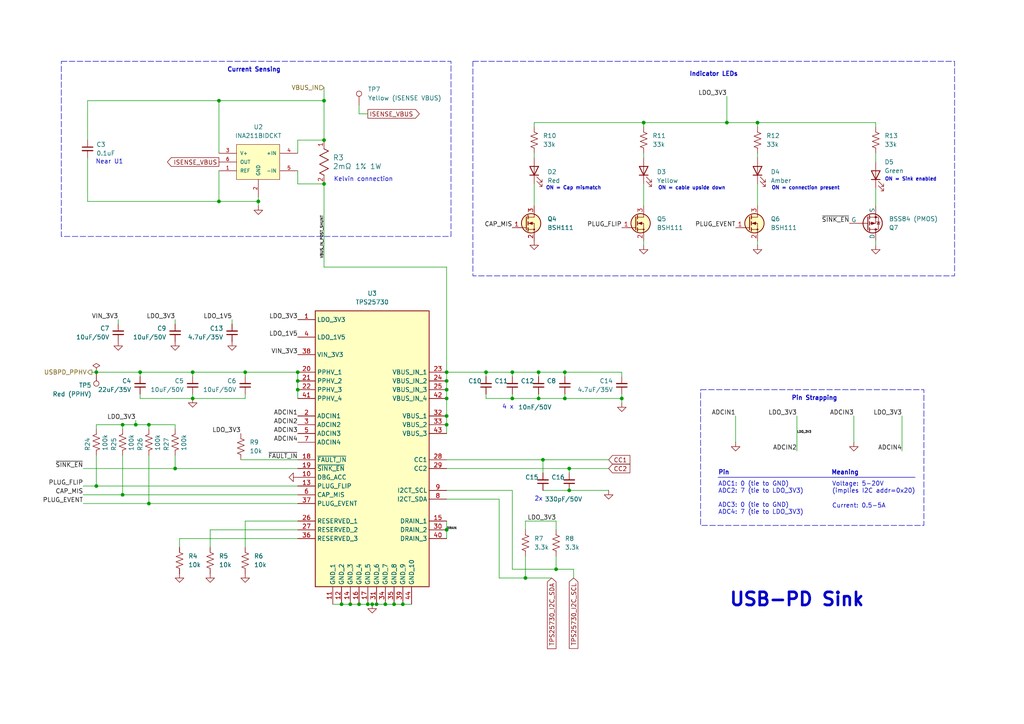
<source format=kicad_sch>
(kicad_sch (version 20231120) (generator "eeschema") (generator_version "8.0")
  (paper "A4")
  (lib_symbols
    (symbol "CSNL1206FT2L00:CSNL1206FT2L00" (pin_names (offset 0.254))
      (property "Reference" "R" (at 5.715 3.81 0))
      (property "Value" "2mΩ 1% 1W" (at 6.35 -3.81 0))
      (symbol "CSNL1206FT2L00_1_1"
        (pin passive line (at 0 0 0) (length 2.54) (name "") (number "1"))
        (pin passive line (at 12.7 0 180) (length 2.54) (name "") (number "2"))
      )
      (symbol "CSNL1206FT2L00_1_2"
        (pin unspecified line (at 0 12.7 270) (length 2.54) (name "") (number "1"))
        (pin unspecified line (at 0 0 90) (length 2.54) (name "") (number "2"))
      )
    )
    (symbol "Device:C_Small" (pin_numbers hide) (pin_names (offset 0.254) hide)
      (property "Reference" "C" (at 0.254 1.778 0))
      (property "Value" "C_Small" (at 0.254 -2.032 0))
      (symbol "C_Small_1_1"
        (pin passive line (at 0 2.54 270) (length 2.032) (name "~") (number "1"))
        (pin passive line (at 0 -2.54 90) (length 2.032) (name "~") (number "2"))
      )
    )
    (symbol "Device:LED" (pin_numbers hide) (pin_names (offset 1.016) hide)
      (property "Reference" "D" (at 0 2.54 0))
      (property "Value" "LED" (at 0 -2.54 0))
      (symbol "LED_1_1"
        (pin passive line (at -3.81 0 0) (length 2.54) (name "K") (number "1"))
        (pin passive line (at 3.81 0 180) (length 2.54) (name "A") (number "2"))
      )
    )
    (symbol "Device:R_US" (pin_numbers hide) (pin_names (offset 0))
      (property "Reference" "R" (at 2.54 0 90))
      (property "Value" "R_US" (at -2.54 0 90))
      (symbol "R_US_1_1"
        (pin passive line (at 0 3.81 270) (length 1.27) (name "~") (number "1"))
        (pin passive line (at 0 -3.81 90) (length 1.27) (name "~") (number "2"))
      )
    )
    (symbol "INA211BIDCKT:INA211BIDCKT" (pin_names (offset 1.016))
      (property "Reference" "U" (at -12.7 13.7 0))
      (property "Value" "INA211BIDCKT" (at -12.7 16.002 0))
      (symbol "INA211BIDCKT_0_0"
        (pin input line (at -17.78 5.08 0) (length 5.08) (name "REF") (number "1"))
        (pin power_in line (at -6.35 -2.54 90) (length 5.08) (name "GND") (number "2"))
        (pin power_in line (at -17.78 10.16 0) (length 5.08) (name "V+") (number "3"))
        (pin input line (at 5.08 10.16 180) (length 5.08) (name "+IN") (number "4"))
        (pin input line (at 5.08 5.08 180) (length 5.08) (name "-IN") (number "5"))
        (pin output line (at -17.78 7.62 0) (length 5.08) (name "OUT") (number "6"))
      )
    )
    (symbol "Keystone Testpoints:Black" (pin_numbers hide) (pin_names hide)
      (property "Reference" "TP" (at 0 5.334 0))
      (property "Value" "Black" (at 0 0 0))
      (symbol "Black_1_1"
        (pin passive line (at 0 0 90) (length 2.54) (name "1") (number "1"))
      )
    )
    (symbol "PCM_4ms_Power-symbol:PWR_FLAG" (power) (pin_numbers hide) (pin_names (offset 0) hide)
      (property "Value" "PWR_FLAG" (at 0 3.81 0))
      (symbol "PWR_FLAG_0_0"
        (pin power_out line (at 0 0 90) (length 0) (name "pwr") (number "1"))
      )
    )
    (symbol "PCM_Transistor_MOSFET_AKL:BSH111" (pin_names hide)
      (property "Reference" "Q" (at 5.08 1.27 0))
      (property "Value" "BSH111" (at 5.08 -1.27 0))
      (symbol "BSH111_1_1"
        (pin input line (at -3.81 -1.27 0) (length 2.54) (name "G") (number "1"))
        (pin passive line (at 2.54 -5.08 90) (length 2.54) (name "S") (number "2"))
        (pin passive line (at 2.54 5.08 270) (length 2.54) (name "D") (number "3"))
      )
    )
    (symbol "Simulation_SPICE:PMOS" (pin_numbers hide) (pin_names (offset 0))
      (property "Reference" "Q" (at 5.08 1.27 0))
      (property "Value" "PMOS" (at 5.08 -1.27 0))
      (symbol "PMOS_1_1"
        (pin passive line (at 2.54 5.08 270) (length 2.54) (name "D") (number "1"))
        (pin input line (at -5.08 0 0) (length 2.54) (name "G") (number "2"))
        (pin passive line (at 2.54 -5.08 90) (length 2.54) (name "S") (number "3"))
      )
    )
    (symbol "TPS25730DREFR:TPS25730DREFR"
      (property "Reference" "U" (at 14.478 6.858 0))
      (property "Value" "TPS25730DREFR" (at 14.478 4.318 0))
      (symbol "TPS25730DREFR_1_1"
        (pin passive line (at 0 -2.54 0) (length 5.08) (name "LDO_3V3") (number "1"))
        (pin passive line (at 0 -48.26 0) (length 5.08) (name "DBG_ACC") (number "10"))
        (pin passive line (at 10.16 -85.09 90) (length 5.08) (name "GND_1") (number "11"))
        (pin passive line (at 12.7 -85.09 90) (length 5.08) (name "GND_2") (number "12"))
        (pin passive line (at 0 -50.8 0) (length 5.08) (name "PLUG_FLIP") (number "13"))
        (pin passive line (at 15.24 -85.09 90) (length 5.08) (name "GND_3") (number "14"))
        (pin passive line (at 43.18 -60.96 180) (length 5.08) (name "DRAIN_1") (number "15"))
        (pin passive line (at 17.78 -85.09 90) (length 5.08) (name "GND_4") (number "16"))
        (pin passive line (at 20.32 -85.09 90) (length 5.08) (name "GND_5") (number "17"))
        (pin passive line (at 0 -43.18 0) (length 5.08) (name "~{FAULT_IN}") (number "18"))
        (pin passive line (at 0 -45.72 0) (length 5.08) (name "~{SINK_EN}") (number "19"))
        (pin passive line (at 0 -30.48 0) (length 5.08) (name "ADCIN1") (number "2"))
        (pin passive line (at 0 -17.78 0) (length 5.08) (name "PPHV_1") (number "20"))
        (pin passive line (at 0 -20.32 0) (length 5.08) (name "PPHV_2") (number "21"))
        (pin passive line (at 0 -22.86 0) (length 5.08) (name "PPHV_3") (number "22"))
        (pin passive line (at 43.18 -17.78 180) (length 5.08) (name "VBUS_IN_1") (number "23"))
        (pin passive line (at 43.18 -20.32 180) (length 5.08) (name "VBUS_IN_2") (number "24"))
        (pin passive line (at 43.18 -22.86 180) (length 5.08) (name "VBUS_IN_3") (number "25"))
        (pin passive line (at 0 -60.96 0) (length 5.08) (name "RESERVED_1") (number "26"))
        (pin passive line (at 0 -63.5 0) (length 5.08) (name "RESERVED_2") (number "27"))
        (pin passive line (at 43.18 -43.18 180) (length 5.08) (name "CC1") (number "28"))
        (pin passive line (at 43.18 -45.72 180) (length 5.08) (name "CC2") (number "29"))
        (pin passive line (at 0 -33.02 0) (length 5.08) (name "ADCIN2") (number "3"))
        (pin passive line (at 43.18 -63.5 180) (length 5.08) (name "DRAIN_2") (number "30"))
        (pin passive line (at 22.86 -85.09 90) (length 5.08) (name "GND_6") (number "31"))
        (pin passive line (at 43.18 -30.48 180) (length 5.08) (name "VBUS_1") (number "32"))
        (pin passive line (at 43.18 -33.02 180) (length 5.08) (name "VBUS_2") (number "33"))
        (pin passive line (at 25.4 -85.09 90) (length 5.08) (name "GND_7") (number "34"))
        (pin passive line (at 27.94 -85.09 90) (length 5.08) (name "GND_8") (number "35"))
        (pin passive line (at 0 -66.04 0) (length 5.08) (name "RESERVED_3") (number "36"))
        (pin passive line (at 0 -55.88 0) (length 5.08) (name "PLUG_EVENT") (number "37"))
        (pin passive line (at 0 -12.7 0) (length 5.08) (name "VIN_3V3") (number "38"))
        (pin passive line (at 30.48 -85.09 90) (length 5.08) (name "GND_9") (number "39"))
        (pin passive line (at 0 -7.62 0) (length 5.08) (name "LDO_1V5") (number "4"))
        (pin passive line (at 43.18 -66.04 180) (length 5.08) (name "DRAIN_3") (number "40"))
        (pin passive line (at 0 -25.4 0) (length 5.08) (name "PPHV_4") (number "41"))
        (pin passive line (at 43.18 -25.4 180) (length 5.08) (name "VBUS_IN_4") (number "42"))
        (pin passive line (at 43.18 -35.56 180) (length 5.08) (name "VBUS_3") (number "43"))
        (pin passive line (at 33.02 -85.09 90) (length 5.08) (name "GND_10") (number "44"))
        (pin passive line (at 0 -35.56 0) (length 5.08) (name "ADCIN3") (number "5"))
        (pin passive line (at 0 -53.34 0) (length 5.08) (name "CAP_MIS") (number "6"))
        (pin passive line (at 0 -38.1 0) (length 5.08) (name "ADCIN4") (number "7"))
        (pin passive line (at 43.18 -54.61 180) (length 5.08) (name "I2CT_SDA") (number "8"))
        (pin passive line (at 43.18 -52.07 180) (length 5.08) (name "I2CT_SCL") (number "9"))
      )
    )
    (symbol "power:GND" (power) (pin_numbers hide) (pin_names (offset 0) hide)
      (property "Value" "GND" (at 0 -3.81 0))
      (symbol "GND_1_1"
        (pin power_in line (at 0 0 270) (length 0) (name "~") (number "1"))
      )
    )
  )
  (junction (at 27.94 140.97))
  (junction (at 101.6 175.26))
  (junction (at 129.54 153.67))
  (junction (at 163.83 107.95))
  (junction (at 148.59 115.57))
  (junction (at 219.71 35.56))
  (junction (at 140.97 107.95))
  (junction (at 116.84 175.26))
  (junction (at 63.5 58.42))
  (junction (at 109.22 175.26))
  (junction (at 152.4 167.64))
  (junction (at 71.12 107.95))
  (junction (at 156.21 107.95))
  (junction (at 163.83 115.57))
  (junction (at 39.37 123.19))
  (junction (at 129.54 110.49))
  (junction (at 129.54 123.19))
  (junction (at 111.76 175.26))
  (junction (at 63.5 29.21))
  (junction (at 27.94 107.95))
  (junction (at 129.54 115.57))
  (junction (at 35.56 143.51))
  (junction (at 74.93 58.42))
  (junction (at 156.21 115.57))
  (junction (at 55.88 115.57))
  (junction (at 210.82 35.56))
  (junction (at 86.36 110.49))
  (junction (at 157.48 133.35))
  (junction (at 104.14 175.26))
  (junction (at 186.69 35.56))
  (junction (at 107.95 175.26))
  (junction (at 43.18 123.19))
  (junction (at 180.34 115.57))
  (junction (at 114.3 175.26))
  (junction (at 93.98 53.34))
  (junction (at 106.68 175.26))
  (junction (at 86.36 107.95))
  (junction (at 99.06 175.26))
  (junction (at 55.88 107.95))
  (junction (at 40.64 107.95))
  (junction (at 93.98 29.21))
  (junction (at 35.56 123.19))
  (junction (at 161.29 165.1))
  (junction (at 165.1 142.24))
  (junction (at 129.54 107.95))
  (junction (at 129.54 113.03))
  (junction (at 129.54 120.65))
  (junction (at 86.36 113.03))
  (junction (at 148.59 107.95))
  (junction (at 50.8 135.89))
  (junction (at 165.1 135.89))
  (junction (at 93.98 40.64))
  (junction (at 43.18 146.05))
  (wire (pts (xy 140.97 115.57) (xy 140.97 114.3)))
  (wire (pts (xy 86.36 40.64) (xy 93.98 40.64)))
  (wire (pts (xy 39.37 123.19) (xy 43.18 123.19)))
  (wire (pts (xy 210.82 27.94) (xy 210.82 35.56)))
  (wire (pts (xy 71.12 151.13) (xy 86.36 151.13)))
  (wire (pts (xy 156.21 114.3) (xy 156.21 115.57)))
  (wire (pts (xy 86.36 153.67) (xy 60.96 153.67)))
  (wire (pts (xy 148.59 142.24) (xy 129.54 142.24)))
  (wire (pts (xy 107.95 175.26) (xy 106.68 175.26)))
  (wire (pts (xy 129.54 77.47) (xy 129.54 107.95)))
  (wire (pts (xy 254 71.12) (xy 254 69.85)))
  (wire (pts (xy 43.18 123.19) (xy 50.8 123.19)))
  (wire (pts (xy 107.95 175.26) (xy 109.22 175.26)))
  (wire (pts (xy 154.94 35.56) (xy 186.69 35.56)))
  (polyline (pts (xy 208.28 138.43) (xy 265.43 138.43)))
  (wire (pts (xy 25.4 45.72) (xy 25.4 58.42)))
  (wire (pts (xy 63.5 58.42) (xy 74.93 58.42)))
  (wire (pts (xy 180.34 116.84) (xy 180.34 115.57)))
  (wire (pts (xy 27.94 123.19) (xy 27.94 124.46)))
  (wire (pts (xy 254 44.45) (xy 254 46.99)))
  (wire (pts (xy 129.54 153.67) (xy 129.54 156.21)))
  (wire (pts (xy 111.76 175.26) (xy 109.22 175.26)))
  (wire (pts (xy 25.4 58.42) (xy 63.5 58.42)))
  (wire (pts (xy 152.4 167.64) (xy 144.78 167.64)))
  (wire (pts (xy 60.96 153.67) (xy 60.96 158.75)))
  (wire (pts (xy 86.36 44.45) (xy 86.36 40.64)))
  (wire (pts (xy 160.02 167.64) (xy 152.4 167.64)))
  (wire (pts (xy 50.8 123.19) (xy 50.8 124.46)))
  (wire (pts (xy 63.5 49.53) (xy 63.5 58.42)))
  (wire (pts (xy 50.8 135.89) (xy 86.36 135.89)))
  (wire (pts (xy 27.94 140.97) (xy 86.36 140.97)))
  (wire (pts (xy 213.36 120.65) (xy 213.36 128.27)))
  (wire (pts (xy 161.29 165.1) (xy 166.37 165.1)))
  (wire (pts (xy 186.69 36.83) (xy 186.69 35.56)))
  (wire (pts (xy 186.69 71.12) (xy 186.69 69.85)))
  (wire (pts (xy 40.64 107.95) (xy 55.88 107.95)))
  (wire (pts (xy 231.14 120.65) (xy 231.14 130.81)))
  (wire (pts (xy 219.71 53.34) (xy 219.71 59.69)))
  (wire (pts (xy 144.78 144.78) (xy 129.54 144.78)))
  (wire (pts (xy 101.6 175.26) (xy 99.06 175.26)))
  (wire (pts (xy 26.67 107.95) (xy 27.94 107.95)))
  (wire (pts (xy 71.12 107.95) (xy 86.36 107.95)))
  (wire (pts (xy 93.98 29.21) (xy 93.98 40.64)))
  (wire (pts (xy 186.69 35.56) (xy 210.82 35.56)))
  (wire (pts (xy 43.18 123.19) (xy 43.18 124.46)))
  (wire (pts (xy 71.12 109.22) (xy 71.12 107.95)))
  (wire (pts (xy 35.56 143.51) (xy 86.36 143.51)))
  (wire (pts (xy 186.69 53.34) (xy 186.69 59.69)))
  (wire (pts (xy 156.21 115.57) (xy 163.83 115.57)))
  (wire (pts (xy 176.53 133.35) (xy 157.48 133.35)))
  (wire (pts (xy 163.83 109.22) (xy 163.83 107.95)))
  (wire (pts (xy 154.94 35.56) (xy 154.94 36.83)))
  (wire (pts (xy 163.83 107.95) (xy 156.21 107.95)))
  (wire (pts (xy 165.1 137.16) (xy 165.1 135.89)))
  (wire (pts (xy 71.12 115.57) (xy 55.88 115.57)))
  (wire (pts (xy 86.36 133.35) (xy 69.85 133.35)))
  (wire (pts (xy 104.14 33.02) (xy 104.14 30.48)))
  (wire (pts (xy 55.88 109.22) (xy 55.88 107.95)))
  (wire (pts (xy 176.53 142.24) (xy 165.1 142.24)))
  (wire (pts (xy 163.83 114.3) (xy 163.83 115.57)))
  (wire (pts (xy 34.29 92.71) (xy 34.29 93.98)))
  (wire (pts (xy 140.97 107.95) (xy 148.59 107.95)))
  (wire (pts (xy 40.64 115.57) (xy 40.64 114.3)))
  (wire (pts (xy 129.54 113.03) (xy 129.54 115.57)))
  (wire (pts (xy 55.88 115.57) (xy 55.88 114.3)))
  (wire (pts (xy 129.54 120.65) (xy 129.54 123.19)))
  (wire (pts (xy 99.06 175.26) (xy 96.52 175.26)))
  (wire (pts (xy 129.54 107.95) (xy 140.97 107.95)))
  (wire (pts (xy 63.5 29.21) (xy 93.98 29.21)))
  (wire (pts (xy 43.18 132.08) (xy 43.18 146.05)))
  (wire (pts (xy 254 35.56) (xy 219.71 35.56)))
  (wire (pts (xy 161.29 151.13) (xy 161.29 153.67)))
  (wire (pts (xy 50.8 92.71) (xy 50.8 93.98)))
  (wire (pts (xy 93.98 77.47) (xy 93.98 53.34)))
  (wire (pts (xy 35.56 132.08) (xy 35.56 143.51)))
  (wire (pts (xy 219.71 71.12) (xy 219.71 69.85)))
  (wire (pts (xy 86.36 53.34) (xy 93.98 53.34)))
  (wire (pts (xy 148.59 165.1) (xy 161.29 165.1)))
  (wire (pts (xy 24.13 143.51) (xy 35.56 143.51)))
  (wire (pts (xy 129.54 115.57) (xy 129.54 120.65)))
  (wire (pts (xy 219.71 44.45) (xy 219.71 45.72)))
  (wire (pts (xy 129.54 151.13) (xy 129.54 153.67)))
  (wire (pts (xy 261.62 120.65) (xy 261.62 130.81)))
  (wire (pts (xy 114.3 175.26) (xy 116.84 175.26)))
  (wire (pts (xy 186.69 44.45) (xy 186.69 45.72)))
  (wire (pts (xy 35.56 123.19) (xy 39.37 123.19)))
  (wire (pts (xy 35.56 123.19) (xy 27.94 123.19)))
  (wire (pts (xy 140.97 109.22) (xy 140.97 107.95)))
  (wire (pts (xy 63.5 29.21) (xy 63.5 44.45)))
  (wire (pts (xy 154.94 53.34) (xy 154.94 59.69)))
  (wire (pts (xy 24.13 135.89) (xy 50.8 135.89)))
  (wire (pts (xy 25.4 29.21) (xy 25.4 40.64)))
  (wire (pts (xy 148.59 109.22) (xy 148.59 107.95)))
  (wire (pts (xy 144.78 167.64) (xy 144.78 144.78)))
  (wire (pts (xy 55.88 115.57) (xy 40.64 115.57)))
  (wire (pts (xy 140.97 115.57) (xy 148.59 115.57)))
  (wire (pts (xy 148.59 114.3) (xy 148.59 115.57)))
  (wire (pts (xy 86.36 113.03) (xy 86.36 115.57)))
  (wire (pts (xy 161.29 161.29) (xy 161.29 165.1)))
  (wire (pts (xy 93.98 25.4) (xy 93.98 29.21)))
  (wire (pts (xy 156.21 109.22) (xy 156.21 107.95)))
  (wire (pts (xy 106.68 175.26) (xy 104.14 175.26)))
  (wire (pts (xy 152.4 153.67) (xy 152.4 151.13)))
  (wire (pts (xy 247.65 120.65) (xy 247.65 128.27)))
  (wire (pts (xy 104.14 175.26) (xy 101.6 175.26)))
  (wire (pts (xy 163.83 107.95) (xy 180.34 107.95)))
  (wire (pts (xy 52.07 156.21) (xy 52.07 158.75)))
  (wire (pts (xy 210.82 35.56) (xy 219.71 35.56)))
  (wire (pts (xy 106.68 33.02) (xy 104.14 33.02)))
  (wire (pts (xy 219.71 36.83) (xy 219.71 35.56)))
  (wire (pts (xy 152.4 151.13) (xy 161.29 151.13)))
  (wire (pts (xy 67.31 92.71) (xy 67.31 93.98)))
  (wire (pts (xy 163.83 115.57) (xy 180.34 115.57)))
  (wire (pts (xy 114.3 175.26) (xy 111.76 175.26)))
  (wire (pts (xy 254 59.69) (xy 254 54.61)))
  (wire (pts (xy 154.94 44.45) (xy 154.94 45.72)))
  (wire (pts (xy 43.18 146.05) (xy 86.36 146.05)))
  (wire (pts (xy 24.13 140.97) (xy 27.94 140.97)))
  (wire (pts (xy 180.34 115.57) (xy 180.34 114.3)))
  (wire (pts (xy 86.36 156.21) (xy 52.07 156.21)))
  (wire (pts (xy 157.48 142.24) (xy 165.1 142.24)))
  (wire (pts (xy 254 36.83) (xy 254 35.56)))
  (wire (pts (xy 39.37 121.92) (xy 39.37 123.19)))
  (wire (pts (xy 71.12 158.75) (xy 71.12 151.13)))
  (wire (pts (xy 129.54 135.89) (xy 165.1 135.89)))
  (wire (pts (xy 157.48 137.16) (xy 157.48 133.35)))
  (wire (pts (xy 71.12 115.57) (xy 71.12 114.3)))
  (wire (pts (xy 86.36 107.95) (xy 86.36 110.49)))
  (wire (pts (xy 129.54 133.35) (xy 157.48 133.35)))
  (wire (pts (xy 180.34 107.95) (xy 180.34 109.22)))
  (wire (pts (xy 55.88 107.95) (xy 71.12 107.95)))
  (wire (pts (xy 93.98 77.47) (xy 129.54 77.47)))
  (wire (pts (xy 148.59 165.1) (xy 148.59 142.24)))
  (wire (pts (xy 40.64 109.22) (xy 40.64 107.95)))
  (wire (pts (xy 50.8 132.08) (xy 50.8 135.89)))
  (wire (pts (xy 148.59 107.95) (xy 156.21 107.95)))
  (wire (pts (xy 129.54 123.19) (xy 129.54 125.73)))
  (wire (pts (xy 74.93 58.42) (xy 74.93 57.15)))
  (wire (pts (xy 165.1 135.89) (xy 176.53 135.89)))
  (wire (pts (xy 86.36 49.53) (xy 86.36 53.34)))
  (wire (pts (xy 166.37 165.1) (xy 166.37 167.64)))
  (wire (pts (xy 35.56 123.19) (xy 35.56 124.46)))
  (wire (pts (xy 24.13 146.05) (xy 43.18 146.05)))
  (wire (pts (xy 129.54 107.95) (xy 129.54 110.49)))
  (wire (pts (xy 148.59 115.57) (xy 156.21 115.57)))
  (wire (pts (xy 152.4 161.29) (xy 152.4 167.64)))
  (wire (pts (xy 74.93 59.69) (xy 74.93 58.42)))
  (wire (pts (xy 86.36 110.49) (xy 86.36 113.03)))
  (wire (pts (xy 27.94 107.95) (xy 40.64 107.95)))
  (wire (pts (xy 119.38 175.26) (xy 116.84 175.26)))
  (wire (pts (xy 27.94 132.08) (xy 27.94 140.97)))
  (wire (pts (xy 129.54 110.49) (xy 129.54 113.03)))
  (wire (pts (xy 63.5 29.21) (xy 25.4 29.21)))
  (rectangle (start 203.2 113.03) (end 267.97 152.4) (stroke (width 0) (type dash)))
  (rectangle (start 17.78 17.78) (end 130.81 68.58) (stroke (width 0) (type dash)))
  (rectangle (start 137.16 17.78) (end 276.86 80.01) (stroke (width 0) (type dash)))
  (text "Indicator LEDs" (at 207.01 21.59 0) (effects (font (size 1.27 1.27) (thickness 0.254) (bold yes))))
  (text "ON = cable upside down" (at 200.66 54.61 0) (effects (font (size 1.016 1.016) (bold yes))))
  (text "4 x" (at 147.32 118.11 0) (effects (font (size 1.27 1.27))))
  (text "2x" (at 156.21 144.78 0) (effects (font (size 1.27 1.27))))
  (text "Meaning" (at 245.11 137.16 0) (effects (font (size 1.27 1.27) (thickness 0.254) (bold yes))))
  (text "Pin" (at 208.28 137.16 0) (effects (font (size 1.27 1.27) (thickness 0.254) (bold yes)) (justify left)))
  (text "Near U1" (at 31.75 46.99 0) (effects (font (size 1.27 1.27))))
  (text "Pin Strapping" (at 236.22 115.57 0) (effects (font (size 1.27 1.27) (thickness 0.254) (bold yes))))
  (text "ON = Sink enabled" (at 264.16 52.07 0) (effects (font (size 1.016 1.016) (bold yes))))
  (text "ON = Cap mismatch" (at 166.37 54.61 0) (effects (font (size 1.016 1.016) (bold yes))))
  (text "Voltage: 5-20V\n(implies I2C addr=0x20)" (at 241.3 139.7 0) (effects (font (size 1.27 1.27)) (justify left top)))
  (text "ADC1: 0 (tie to GND)    \nADC2: 7 (tie to LDO_3V3)\n\nADC3: 0 (tie to GND)    \nADC4: 7 (tie to LDO_3V3)" (at 208.28 139.7 0) (effects (font (size 1.27 1.27)) (justify left top)))
  (text "USB-PD Sink" (at 231.14 173.99 0) (effects (font (size 3.81 3.81) (thickness 0.762) (bold yes))))
  (text "ON = connection present" (at 233.68 54.61 0) (effects (font (size 1.016 1.016) (bold yes))))
  (text "Kelvin connection" (at 105.41 52.07 0) (effects (font (size 1.27 1.27))))
  (text "Current Sensing" (at 73.66 20.32 0) (effects (font (size 1.27 1.27) (thickness 0.254) (bold yes))))
  (text "Current: 0.5-5A" (at 241.3 146.05 0) (effects (font (size 1.27 1.27)) (justify left top)))
  (label "ADCIN1" (at 213.36 120.65 180))
  (label "LDO_1V5" (at 67.31 92.71 180))
  (label "VIN_3V3" (at 34.29 92.71 180))
  (label "VIN_3V3" (at 86.36 102.87 180))
  (label "LDO_3V3" (at 69.85 125.73 180))
  (label "CAP_MIS" (at 148.59 66.04 180))
  (label "ADCIN3" (at 247.65 120.65 180))
  (label "ADCIN1" (at 86.36 120.65 180))
  (label "VBUS_IN_POST_SHUNT" (at 93.98 74.93 90) (effects (font (size 0.762 0.762))))
  (label "PLUG_FLIP" (at 24.13 140.97 180))
  (label "~{SINK_EN}" (at 246.38 64.77 180))
  (label "CAP_MIS" (at 24.13 143.51 180))
  (label "LDO_3V3" (at 161.29 151.13 180))
  (label "DRAIN" (at 129.54 153.67 0) (effects (font (size 0.635 0.635))))
  (label "ADCIN4" (at 86.36 128.27 180))
  (label "PLUG_EVENT" (at 213.36 66.04 180))
  (label "~{FAULT_IN}" (at 86.36 133.35 180))
  (label "LDO_3V3" (at 39.37 121.92 180))
  (label "ADCIN2" (at 86.36 123.19 180))
  (label "LDO_3V3" (at 50.8 92.71 180))
  (label "~{SINK_EN}" (at 24.13 135.89 180))
  (label "PLUG_EVENT" (at 24.13 146.05 180))
  (label "ADCIN4" (at 261.62 130.81 180))
  (label "LDO_3V3" (at 231.14 125.73 0) (effects (font (size 0.635 0.635))))
  (label "LDO_3V3" (at 86.36 92.71 180))
  (label "ADCIN3" (at 86.36 125.73 180))
  (label "PLUG_FLIP" (at 180.34 66.04 180))
  (label "LDO_3V3" (at 261.62 120.65 180))
  (label "LDO_3V3" (at 231.14 120.65 180))
  (label "LDO_1V5" (at 86.36 97.79 180))
  (label "LDO_3V3" (at 210.82 27.94 180))
  (label "ADCIN2" (at 231.14 130.81 180))
  (global_label "CC1" (shape input) (at 176.53 133.35 0) (property "Intersheetrefs" "${INTERSHEET_REFS}" (effects (hide yes))))
  (global_label "ISENSE_VBUS" (shape output) (at 63.5 46.99 180) (property "Intersheetrefs" "${INTERSHEET_REFS}" (effects (hide yes))))
  (global_label "TPS25730_I2C_SDA" (shape input) (at 160.02 167.64 270) (property "Intersheetrefs" "${INTERSHEET_REFS}" (effects (hide yes))))
  (global_label "ISENSE_VBUS" (shape output) (at 106.68 33.02 0) (property "Intersheetrefs" "${INTERSHEET_REFS}" (effects (hide yes))))
  (global_label "CC2" (shape input) (at 176.53 135.89 0) (property "Intersheetrefs" "${INTERSHEET_REFS}" (effects (hide yes))))
  (global_label "TPS25730_I2C_SCL" (shape input) (at 166.37 167.64 270) (property "Intersheetrefs" "${INTERSHEET_REFS}" (effects (hide yes))))
  (hierarchical_label "USBPD_PPHV" (shape output) (at 26.67 107.95 180))
  (hierarchical_label "VBUS_IN" (shape input) (at 93.98 25.4 180))
  (symbol (lib_id "PCM_Transistor_MOSFET_AKL:BSH111") (at 184.15 64.77 0) (unit 1)
    (property "Reference" "Q5" (at 190.5 63.4999 0) (effects (justify left)))
    (property "Value" "BSH111" (at 190.5 66.0399 0) (effects (justify left)))
    (property "Footprint" "PCM_Package_TO_SOT_SMD_AKL:SOT-23" (effects (hide yes)))
    (property "Datasheet" "https://assets.nexperia.com/documents/data-sheet/BSH111BK.pdf" (effects (hide yes)))
    (property "Description" "SOT-23 N-MOSFET enchancement mode transistor, 55V, 210mA, 302mW, Alternate KiCAD Library" (effects (hide yes)))
    (property "MPN" "BSH111BKR" (effects (hide yes)))
    (property "Mfgr" "Nexperia" (effects (hide yes)))
    (property "Digikey" "https://www.digikey.com/en/products/detail/nexperia-usa-inc/BSH111BKR/5423826" (effects (hide yes)))
  )
  (symbol (lib_id "power:GND") (at 180.34 116.84 0) (unit 1)
    (property "Reference" "#PWR09" (effects (hide yes)))
    (property "Value" "GND" (effects (hide yes)))
    (property "Description" "Power symbol creates a global label with name \"GND\" , ground" (effects (hide yes)))
  )
  (symbol (lib_id "INA211BIDCKT:INA211BIDCKT") (at 81.28 54.61 0) (unit 1)
    (property "Reference" "U2" (at 74.93 36.83 0))
    (property "Value" "INA211BIDCKT" (at 74.93 39.37 0))
    (property "Footprint" "INA211BIDCKT:SOT65P210X110-6N" (effects (hide yes)))
    (property "Datasheet" "https://www.ti.com/general/docs/suppproductinfo.tsp?distId=10&gotoUrl=https%3A%2F%2Fwww.ti.com%2Flit%2Fgpn%2Fina210" (effects (hide yes)))
    (property "Description" "IC CURR SENSE 1 CIRCUIT SC70-6 SC-88 SOT-363" (effects (hide yes)))
    (property "Digikey" "https://www.digikey.com/en/products/detail/texas-instruments/INA211BIDCKT/3675147" (effects (hide yes)))
    (property "Mfgr" "Texas Instruments" (effects (hide yes)))
    (property "MPN" "INA211BIDCKT" (effects (hide yes)))
  )
  (symbol (lib_id "power:GND") (at 74.93 59.69 0) (unit 1)
    (property "Reference" "#PWR03" (effects (hide yes)))
    (property "Value" "GND" (effects (hide yes)))
    (property "Description" "Power symbol creates a global label with name \"GND\" , ground" (effects (hide yes)))
  )
  (symbol (lib_id "Device:R_US") (at 50.8 128.27 0) (mirror y) (unit 1)
    (property "Reference" "R27" (at 48.26 130.81 90) (effects (justify left)))
    (property "Value" "100k" (at 53.34 130.81 90) (effects (justify left)))
    (property "Footprint" "PCM_Resistor_SMD_AKL:R_0805_2012Metric_Pad1.15x1.40mm_HandSolder" (effects (hide yes)))
    (property "Datasheet" "https://www.yageo.com/upload/media/product/products/datasheet/rchip/PYu-RC_Group_51_RoHS_L_12.pdf" (effects (hide yes)))
    (property "Description" "Resistor, US symbol" (effects (hide yes)))
    (property "Digikey" "https://www.digikey.com/en/products/detail/yageo/RC0805FR-07100KL/727544" (effects (hide yes)))
    (property "Mfgr" "YAGEO" (effects (hide yes)))
    (property "MPN" "RC0805FR-07100KL" (effects (hide yes)))
  )
  (symbol (lib_id "Device:R_US") (at 161.29 157.48 0) (unit 1)
    (property "Reference" "R8" (at 163.83 156.2099 0) (effects (justify left)))
    (property "Value" "3.3k" (at 163.83 158.7499 0) (effects (justify left)))
    (property "Footprint" "PCM_Resistor_SMD_AKL:R_0805_2012Metric_Pad1.15x1.40mm_HandSolder" (effects (hide yes)))
    (property "Datasheet" "https://www.yageo.com/upload/media/product/products/datasheet/rchip/PYu-RC_Group_51_RoHS_L_12.pdf" (effects (hide yes)))
    (property "Description" "Resistor, US symbol" (effects (hide yes)))
    (property "Digikey" "https://www.digikey.com/en/products/detail/yageo/RC0805FR-073K3L/727813" (effects (hide yes)))
    (property "Mfgr" "YAGEO" (effects (hide yes)))
    (property "MPN" "RC0805FR-073K3L" (effects (hide yes)))
  )
  (symbol (lib_id "Simulation_SPICE:PMOS") (at 251.46 64.77 0) (mirror x) (unit 1)
    (property "Reference" "Q7" (at 257.81 66.0401 0) (effects (justify left)))
    (property "Value" "BSS84 (PMOS)" (at 257.81 63.5001 0) (effects (justify left)))
    (property "Footprint" "Package_TO_SOT_SMD:SOT-23-3" (effects (hide yes)))
    (property "Datasheet" "https://www.onsemi.com/pdf/datasheet/bss84-d.pdf" (effects (hide yes)))
    (property "Description" "P-MOSFET transistor, drain/source/gate" (effects (hide yes)))
    (property "Sim.Device" "PMOS" (effects (hide yes)))
    (property "Sim.Type" "VDMOS" (effects (hide yes)))
    (property "Sim.Pins" "1=D 2=G 3=S" (effects (hide yes)))
    (property "Digikey" "https://www.digikey.com/en/products/detail/onsemi/BSS84/244213" (effects (hide yes)))
    (property "Mfgr" "onsemi" (effects (hide yes)))
    (property "MPN" "BSS84" (effects (hide yes)))
  )
  (symbol (lib_id "TPS25730DREFR:TPS25730DREFR") (at 86.36 90.17 0) (unit 1)
    (property "Reference" "U3" (at 107.95 85.09 0))
    (property "Value" "TPS25730" (at 107.95 87.63 0))
    (property "Footprint" "TPS25730DREFR:TPS25730DREFR" (effects (hide yes)))
    (property "Datasheet" "https://www.ti.com/lit/ds/symlink/tps25730.pdf?ts=1707773923998&ref_url=https%253A%252F%252Fwww.mouser.at%252F" (effects (hide yes)))
    (property "Description" "USB Interface IC TPS25730DREFR SARUMAN BG MCM" (effects (hide yes)))
    (property "Height" "0.8" (effects (hide yes)))
    (property "Mouser Part Number" "595-TPS25730DREFR" (effects (hide yes)))
    (property "Mouser Price/Stock" "https://www.mouser.co.uk/ProductDetail/Texas-Instruments/TPS25730DREFR?qs=Z%252BL2brAPG1IvmkUK7DRnBA%3D%3D" (effects (hide yes)))
    (property "Mfgr" "Texas Instruments" (effects (hide yes)))
    (property "MPN" "TPS25730DREFR" (effects (hide yes)))
    (property "Digikey" "https://www.digikey.com/en/products/detail/texas-instruments/TPS25730DREFR/22147394" (effects (hide yes)))
    (property "Manufacturer_Name" "Texas Instruments" (effects (hide yes)))
  )
  (symbol (lib_id "Device:C_Small") (at 40.64 111.76 0) (mirror x) (unit 1)
    (property "Reference" "C4" (at 38.1 110.4835 0) (effects (justify right)))
    (property "Value" "22uF/35V" (at 38.1 113.03 0) (effects (justify right)))
    (property "Footprint" "Capacitor_SMD:C_0805_2012Metric_Pad1.18x1.45mm_HandSolder" (effects (hide yes)))
    (property "Datasheet" "https://product.tdk.com/system/files/dam/doc/product/capacitor/ceramic/mlcc/catalog/mlcc_commercial_general_en.pdf" (effects (hide yes)))
    (property "Description" "Unpolarized capacitor, small symbol" (effects (hide yes)))
    (property "Digikey" "https://www.digikey.com/en/products/detail/tdk-corporation/C2012X5R1V226M125DC/22106206" (effects (hide yes)))
    (property "Mfgr" "TDK" (effects (hide yes)))
    (property "MPN" "C2012X5R1V226M125DC" (effects (hide yes)))
  )
  (symbol (lib_id "Device:LED") (at 254 50.8 90) (unit 1)
    (property "Reference" "D5" (at 256.54 46.99 90) (effects (justify right)))
    (property "Value" "Green" (at 256.54 49.53 90) (effects (justify right)))
    (property "Footprint" "LED_SMD:LED_0805_2012Metric_Pad1.15x1.40mm_HandSolder" (effects (hide yes)))
    (property "Datasheet" "https://www.we-online.com/components/products/datasheet/150080VS75000.pdf" (effects (hide yes)))
    (property "Description" "Light emitting diode" (effects (hide yes)))
    (property "Digikey" "https://www.digikey.com/en/products/detail/w%C3%BCrth-elektronik/150080VS75000/4489924" (effects (hide yes)))
    (property "Mfgr" "Wurth" (effects (hide yes)))
    (property "MPN" "150080VS75000" (effects (hide yes)))
  )
  (symbol (lib_id "Device:R_US") (at 71.12 162.56 0) (unit 1)
    (property "Reference" "R6" (at 73.66 161.2899 0) (effects (justify left)))
    (property "Value" "10k" (at 73.66 163.8299 0) (effects (justify left)))
    (property "Footprint" "PCM_Resistor_SMD_AKL:R_0805_2012Metric_Pad1.15x1.40mm_HandSolder" (effects (hide yes)))
    (property "Datasheet" "https://www.yageo.com/upload/media/product/products/datasheet/rchip/PYu-RC_Group_51_RoHS_L_12.pdf" (effects (hide yes)))
    (property "Description" "Resistor, US symbol" (effects (hide yes)))
    (property "Digikey" "https://www.digikey.com/en/products/detail/yageo/RC0805DR-0710KL/12707967" (effects (hide yes)))
    (property "Mfgr" "YAGEO" (effects (hide yes)))
    (property "MPN" "RC0805DR-0710KL" (effects (hide yes)))
  )
  (symbol (lib_id "Device:C_Small") (at 50.8 96.52 0) (mirror x) (unit 1)
    (property "Reference" "C9" (at 48.26 95.2435 0) (effects (justify right)))
    (property "Value" "10uF/50V" (at 48.26 97.79 0) (effects (justify right)))
    (property "Footprint" "Capacitor_SMD:C_0805_2012Metric_Pad1.18x1.45mm_HandSolder" (effects (hide yes)))
    (property "Datasheet" "https://search.murata.co.jp/Ceramy/image/img/A01X/G101/ENG/GRM21BR61H106KE43-01A.pdf" (effects (hide yes)))
    (property "Description" "Unpolarized capacitor, small symbol" (effects (hide yes)))
    (property "Digikey" "https://www.digikey.com/en/products/detail/murata-electronics/GRM21BR61H106KE43K/15191954" (effects (hide yes)))
    (property "Mfgr" "Murata" (effects (hide yes)))
    (property "MPN" "GRM21BR61H106KE43K" (effects (hide yes)))
  )
  (symbol (lib_id "Device:R_US") (at 52.07 162.56 0) (unit 1)
    (property "Reference" "R4" (at 54.61 161.2899 0) (effects (justify left)))
    (property "Value" "10k" (at 54.61 163.8299 0) (effects (justify left)))
    (property "Footprint" "PCM_Resistor_SMD_AKL:R_0805_2012Metric_Pad1.15x1.40mm_HandSolder" (effects (hide yes)))
    (property "Datasheet" "https://www.yageo.com/upload/media/product/products/datasheet/rchip/PYu-RC_Group_51_RoHS_L_12.pdf" (effects (hide yes)))
    (property "Description" "Resistor, US symbol" (effects (hide yes)))
    (property "Digikey" "https://www.digikey.com/en/products/detail/yageo/RC0805DR-0710KL/12707967" (effects (hide yes)))
    (property "Mfgr" "YAGEO" (effects (hide yes)))
    (property "MPN" "RC0805DR-0710KL" (effects (hide yes)))
  )
  (symbol (lib_id "Device:LED") (at 219.71 49.53 90) (unit 1)
    (property "Reference" "D4" (at 223.52 49.8474 90) (effects (justify right)))
    (property "Value" "Amber" (at 223.52 52.3874 90) (effects (justify right)))
    (property "Footprint" "LED_SMD:LED_0805_2012Metric_Pad1.15x1.40mm_HandSolder" (effects (hide yes)))
    (property "Datasheet" "https://www.we-online.com/components/products/datasheet/150080AS75000.pdf" (effects (hide yes)))
    (property "Description" "Light emitting diode" (effects (hide yes)))
    (property "Digikey" "https://www.digikey.com/en/products/detail/w%C3%BCrth-elektronik/150080AS75000/11479384" (effects (hide yes)))
    (property "Mfgr" "Wurth" (effects (hide yes)))
    (property "MPN" "150080AS75000" (effects (hide yes)))
  )
  (symbol (lib_id "Device:R_US") (at 69.85 129.54 0) (unit 1)
    (property "Reference" "R9" (at 72.39 128.2699 0) (effects (justify left)))
    (property "Value" "10k" (at 72.39 130.8099 0) (effects (justify left)))
    (property "Footprint" "PCM_Resistor_SMD_AKL:R_0805_2012Metric_Pad1.15x1.40mm_HandSolder" (effects (hide yes)))
    (property "Datasheet" "https://www.yageo.com/upload/media/product/products/datasheet/rchip/PYu-RC_Group_51_RoHS_L_12.pdf" (effects (hide yes)))
    (property "Description" "Resistor, US symbol" (effects (hide yes)))
    (property "Digikey" "https://www.digikey.com/en/products/detail/yageo/RC0805DR-0710KL/12707967" (effects (hide yes)))
    (property "Mfgr" "YAGEO" (effects (hide yes)))
    (property "MPN" "RC0805DR-0710KL" (effects (hide yes)))
  )
  (symbol (lib_id "power:GND") (at 219.71 71.12 0) (unit 1)
    (property "Reference" "#PWR027" (effects (hide yes)))
    (property "Value" "GND" (effects (hide yes)))
    (property "Description" "Power symbol creates a global label with name \"GND\" , ground" (effects (hide yes)))
  )
  (symbol (lib_id "power:GND") (at 186.69 71.12 0) (unit 1)
    (property "Reference" "#PWR026" (effects (hide yes)))
    (property "Value" "GND" (effects (hide yes)))
    (property "Description" "Power symbol creates a global label with name \"GND\" , ground" (effects (hide yes)))
  )
  (symbol (lib_id "Device:C_Small") (at 25.4 43.18 0) (unit 1)
    (property "Reference" "C3" (at 27.94 41.9162 0) (effects (justify left)))
    (property "Value" "0.1uF" (at 27.94 44.4562 0) (effects (justify left)))
    (property "Footprint" "Capacitor_SMD:C_0805_2012Metric_Pad1.18x1.45mm_HandSolder" (effects (hide yes)))
    (property "Datasheet" "https://www.yageo.com/upload/media/product/productsearch/datasheet/mlcc/UPY-GPHC_X7R_6.3V-to-250V_24.pdf" (effects (hide yes)))
    (property "Description" "Unpolarized capacitor, small symbol" (effects (hide yes)))
    (property "Digikey" "https://www.digikey.com/en/products/detail/yageo/CC0805KRX7R9BB104/302874" (effects (hide yes)))
    (property "Mfgr" "YAGEO" (effects (hide yes)))
    (property "MPN" "CC0805KRX7R9BB104" (effects (hide yes)))
  )
  (symbol (lib_id "Device:C_Small") (at 163.83 111.76 0) (mirror x) (unit 1)
    (property "Reference" "C8" (at 161.29 110.4835 0) (effects (justify right)))
    (property "Value" "10nF/50V" (effects (hide yes)))
    (property "Footprint" "Capacitor_SMD:C_0805_2012Metric_Pad1.18x1.45mm_HandSolder" (effects (hide yes)))
    (property "Datasheet" "https://search.kemet.com/download/datasheet/C0805C103K5RAC7800" (effects (hide yes)))
    (property "Description" "Unpolarized capacitor, small symbol" (effects (hide yes)))
    (property "Digikey" "https://www.digikey.com/en/products/detail/kemet/C0805C103K5RACTU/411157" (effects (hide yes)))
    (property "Mfgr" "KEMET" (effects (hide yes)))
    (property "MPN" "C0805C103K5RACTU" (effects (hide yes)))
  )
  (symbol (lib_id "Device:R_US") (at 254 40.64 180) (unit 1)
    (property "Reference" "R13" (at 256.54 39.3699 0) (effects (justify right)))
    (property "Value" "33k" (at 256.54 41.9099 0) (effects (justify right)))
    (property "Footprint" "PCM_Resistor_SMD_AKL:R_0805_2012Metric_Pad1.15x1.40mm_HandSolder" (effects (hide yes)))
    (property "Datasheet" "https://www.yageo.com/upload/media/product/products/datasheet/rchip/PYu-RC_Group_51_RoHS_L_12.pdf" (effects (hide yes)))
    (property "Description" "Resistor, US symbol" (effects (hide yes)))
    (property "Digikey" "https://www.digikey.com/en/products/detail/yageo/RC0805FR-0733KL/727863" (effects (hide yes)))
    (property "Mfgr" "YAGEO" (effects (hide yes)))
    (property "MPN" "RC0805FR-0733KL" (effects (hide yes)))
  )
  (symbol (lib_id "Device:LED") (at 154.94 49.53 90) (unit 1)
    (property "Reference" "D2" (at 158.75 49.8474 90) (effects (justify right)))
    (property "Value" "Red" (at 158.75 52.3874 90) (effects (justify right)))
    (property "Footprint" "LED_SMD:LED_0805_2012Metric_Pad1.15x1.40mm_HandSolder" (effects (hide yes)))
    (property "Datasheet" "https://www.we-online.com/components/products/datasheet/150080SS75000.pdf" (effects (hide yes)))
    (property "Description" "Light emitting diode" (effects (hide yes)))
    (property "Digikey" "https://www.digikey.com/en/products/detail/w%C3%BCrth-elektronik/150080SS75000/4489921" (effects (hide yes)))
    (property "Mfgr" "Wurth" (effects (hide yes)))
    (property "MPN" "150080SS75000" (effects (hide yes)))
  )
  (symbol (lib_id "Device:R_US") (at 219.71 40.64 180) (unit 1)
    (property "Reference" "R12" (at 222.25 39.3699 0) (effects (justify right)))
    (property "Value" "33k" (at 222.25 41.9099 0) (effects (justify right)))
    (property "Footprint" "PCM_Resistor_SMD_AKL:R_0805_2012Metric_Pad1.15x1.40mm_HandSolder" (effects (hide yes)))
    (property "Datasheet" "https://www.yageo.com/upload/media/product/products/datasheet/rchip/PYu-RC_Group_51_RoHS_L_12.pdf" (effects (hide yes)))
    (property "Description" "Resistor, US symbol" (effects (hide yes)))
    (property "Digikey" "https://www.digikey.com/en/products/detail/yageo/RC0805FR-0733KL/727863" (effects (hide yes)))
    (property "Mfgr" "YAGEO" (effects (hide yes)))
    (property "MPN" "RC0805FR-0733KL" (effects (hide yes)))
  )
  (symbol (lib_id "power:GND") (at 254 71.12 0) (unit 1)
    (property "Reference" "#PWR039" (effects (hide yes)))
    (property "Value" "GND" (effects (hide yes)))
    (property "Description" "Power symbol creates a global label with name \"GND\" , ground" (effects (hide yes)))
  )
  (symbol (lib_id "Device:LED") (at 186.69 49.53 90) (unit 1)
    (property "Reference" "D3" (at 190.5 49.8474 90) (effects (justify right)))
    (property "Value" "Yellow" (at 190.5 52.3874 90) (effects (justify right)))
    (property "Footprint" "LED_SMD:LED_0805_2012Metric_Pad1.15x1.40mm_HandSolder" (effects (hide yes)))
    (property "Datasheet" "https://www.we-online.com/components/products/datasheet/150080YS75000.pdf" (effects (hide yes)))
    (property "Description" "Light emitting diode" (effects (hide yes)))
    (property "Digikey" "https://www.digikey.com/en/products/detail/w%C3%BCrth-elektronik/150080YS75000/4489927" (effects (hide yes)))
    (property "Mfgr" "Wurth" (effects (hide yes)))
    (property "MPN" "150080YS75000" (effects (hide yes)))
  )
  (symbol (lib_id "Device:R_US") (at 152.4 157.48 0) (unit 1)
    (property "Reference" "R7" (at 154.94 156.2099 0) (effects (justify left)))
    (property "Value" "3.3k" (at 154.94 158.7499 0) (effects (justify left)))
    (property "Footprint" "PCM_Resistor_SMD_AKL:R_0805_2012Metric_Pad1.15x1.40mm_HandSolder" (effects (hide yes)))
    (property "Datasheet" "https://www.yageo.com/upload/media/product/products/datasheet/rchip/PYu-RC_Group_51_RoHS_L_12.pdf" (effects (hide yes)))
    (property "Description" "Resistor, US symbol" (effects (hide yes)))
    (property "Digikey" "https://www.digikey.com/en/products/detail/yageo/RC0805FR-073K3L/727813" (effects (hide yes)))
    (property "Mfgr" "YAGEO" (effects (hide yes)))
    (property "MPN" "RC0805FR-073K3L" (effects (hide yes)))
  )
  (symbol (lib_id "Device:R_US") (at 43.18 128.27 0) (mirror y) (unit 1)
    (property "Reference" "R26" (at 40.64 130.81 90) (effects (justify left)))
    (property "Value" "100k" (at 45.72 130.81 90) (effects (justify left)))
    (property "Footprint" "PCM_Resistor_SMD_AKL:R_0805_2012Metric_Pad1.15x1.40mm_HandSolder" (effects (hide yes)))
    (property "Datasheet" "https://www.yageo.com/upload/media/product/products/datasheet/rchip/PYu-RC_Group_51_RoHS_L_12.pdf" (effects (hide yes)))
    (property "Description" "Resistor, US symbol" (effects (hide yes)))
    (property "Digikey" "https://www.digikey.com/en/products/detail/yageo/RC0805FR-07100KL/727544" (effects (hide yes)))
    (property "Mfgr" "YAGEO" (effects (hide yes)))
    (property "MPN" "RC0805FR-07100KL" (effects (hide yes)))
  )
  (symbol (lib_id "PCM_Transistor_MOSFET_AKL:BSH111") (at 152.4 64.77 0) (unit 1)
    (property "Reference" "Q4" (at 158.75 63.4999 0) (effects (justify left)))
    (property "Value" "BSH111" (at 158.75 66.0399 0) (effects (justify left)))
    (property "Footprint" "PCM_Package_TO_SOT_SMD_AKL:SOT-23" (effects (hide yes)))
    (property "Datasheet" "https://assets.nexperia.com/documents/data-sheet/BSH111BK.pdf" (effects (hide yes)))
    (property "Description" "SOT-23 N-MOSFET enchancement mode transistor, 55V, 210mA, 302mW, Alternate KiCAD Library" (effects (hide yes)))
    (property "MPN" "BSH111BKR" (effects (hide yes)))
    (property "Mfgr" "Nexperia" (effects (hide yes)))
    (property "Digikey" "https://www.digikey.com/en/products/detail/nexperia-usa-inc/BSH111BKR/5423826" (effects (hide yes)))
  )
  (symbol (lib_id "power:GND") (at 213.36 128.27 0) (unit 1)
    (property "Reference" "#PWR023" (effects (hide yes)))
    (property "Value" "GND" (effects (hide yes)))
    (property "Description" "Power symbol creates a global label with name \"GND\" , ground" (effects (hide yes)))
  )
  (symbol (lib_id "power:GND") (at 247.65 128.27 0) (unit 1)
    (property "Reference" "#PWR025" (effects (hide yes)))
    (property "Value" "GND" (effects (hide yes)))
    (property "Description" "Power symbol creates a global label with name \"GND\" , ground" (effects (hide yes)))
  )
  (symbol (lib_id "Device:R_US") (at 186.69 40.64 180) (unit 1)
    (property "Reference" "R11" (at 189.23 39.3699 0) (effects (justify right)))
    (property "Value" "33k" (at 189.23 41.9099 0) (effects (justify right)))
    (property "Footprint" "PCM_Resistor_SMD_AKL:R_0805_2012Metric_Pad1.15x1.40mm_HandSolder" (effects (hide yes)))
    (property "Datasheet" "https://www.yageo.com/upload/media/product/products/datasheet/rchip/PYu-RC_Group_51_RoHS_L_12.pdf" (effects (hide yes)))
    (property "Description" "Resistor, US symbol" (effects (hide yes)))
    (property "Digikey" "https://www.digikey.com/en/products/detail/yageo/RC0805FR-0733KL/727863" (effects (hide yes)))
    (property "Mfgr" "YAGEO" (effects (hide yes)))
    (property "MPN" "RC0805FR-0733KL" (effects (hide yes)))
  )
  (symbol (lib_id "Device:R_US") (at 60.96 162.56 0) (unit 1)
    (property "Reference" "R5" (at 63.5 161.2899 0) (effects (justify left)))
    (property "Value" "10k" (at 63.5 163.8299 0) (effects (justify left)))
    (property "Footprint" "PCM_Resistor_SMD_AKL:R_0805_2012Metric_Pad1.15x1.40mm_HandSolder" (effects (hide yes)))
    (property "Datasheet" "https://www.yageo.com/upload/media/product/products/datasheet/rchip/PYu-RC_Group_51_RoHS_L_12.pdf" (effects (hide yes)))
    (property "Description" "Resistor, US symbol" (effects (hide yes)))
    (property "Digikey" "https://www.digikey.com/en/products/detail/yageo/RC0805DR-0710KL/12707967" (effects (hide yes)))
    (property "Mfgr" "YAGEO" (effects (hide yes)))
    (property "MPN" "RC0805DR-0710KL" (effects (hide yes)))
  )
  (symbol (lib_id "power:GND") (at 67.31 99.06 0) (unit 1)
    (property "Reference" "#PWR019" (effects (hide yes)))
    (property "Value" "GND" (effects (hide yes)))
    (property "Description" "Power symbol creates a global label with name \"GND\" , ground" (effects (hide yes)))
  )
  (symbol (lib_id "Keystone Testpoints:Black") (at 104.14 30.48 0) (unit 1)
    (property "Reference" "TP7" (at 106.68 25.9079 0) (effects (justify left)))
    (property "Value" "Yellow (ISENSE VBUS)" (at 106.68 28.4479 0) (effects (justify left)))
    (property "Footprint" "KeystoneTestpoints:Keystone_Testpoint_5004_MWG" (effects (hide yes)))
    (property "Datasheet" "https://www.keyelco.com/userAssets/file/M65p56.pdf" (effects (hide yes)))
    (property "Description" "Keystone testpoint 5004 (yellow)" (effects (hide yes)))
    (property "Digikey" "https://www.digikey.com/en/products/detail/keystone-electronics/5004/362669" (effects (hide yes)))
    (property "Mfgr" "Keystone" (effects (hide yes)))
    (property "MPN" "5004" (effects (hide yes)))
  )
  (symbol (lib_id "Device:C_Small") (at 71.12 111.76 0) (mirror x) (unit 1)
    (property "Reference" "C6" (at 68.58 110.4835 0) (effects (justify right)))
    (property "Value" "10uF/50V" (at 68.58 113.0235 0) (effects (justify right)))
    (property "Footprint" "Capacitor_SMD:C_0805_2012Metric_Pad1.18x1.45mm_HandSolder" (effects (hide yes)))
    (property "Datasheet" "https://search.murata.co.jp/Ceramy/image/img/A01X/G101/ENG/GRM21BR61H106KE43-01A.pdf" (effects (hide yes)))
    (property "Description" "Unpolarized capacitor, small symbol" (effects (hide yes)))
    (property "Digikey" "https://www.digikey.com/en/products/detail/murata-electronics/GRM21BR61H106KE43K/15191954" (effects (hide yes)))
    (property "Mfgr" "Murata" (effects (hide yes)))
    (property "MPN" "GRM21BR61H106KE43K" (effects (hide yes)))
  )
  (symbol (lib_id "Device:C_Small") (at 55.88 111.76 0) (mirror x) (unit 1)
    (property "Reference" "C5" (at 53.34 110.4835 0) (effects (justify right)))
    (property "Value" "10uF/50V" (at 53.34 113.03 0) (effects (justify right)))
    (property "Footprint" "Capacitor_SMD:C_0805_2012Metric_Pad1.18x1.45mm_HandSolder" (effects (hide yes)))
    (property "Datasheet" "https://search.murata.co.jp/Ceramy/image/img/A01X/G101/ENG/GRM21BR61H106KE43-01A.pdf" (effects (hide yes)))
    (property "Description" "Unpolarized capacitor, small symbol" (effects (hide yes)))
    (property "Digikey" "https://www.digikey.com/en/products/detail/murata-electronics/GRM21BR61H106KE43K/15191954" (effects (hide yes)))
    (property "Mfgr" "Murata" (effects (hide yes)))
    (property "MPN" "GRM21BR61H106KE43K" (effects (hide yes)))
  )
  (symbol (lib_id "power:GND") (at 55.88 115.57 0) (unit 1)
    (property "Reference" "#PWR06" (effects (hide yes)))
    (property "Value" "GND" (effects (hide yes)))
    (property "Description" "Power symbol creates a global label with name \"GND\" , ground" (effects (hide yes)))
  )
  (symbol (lib_id "power:GND") (at 86.36 138.43 270) (unit 1)
    (property "Reference" "#PWR041" (effects (hide yes)))
    (property "Value" "GND" (effects (hide yes)))
    (property "Description" "Power symbol creates a global label with name \"GND\" , ground" (effects (hide yes)))
  )
  (symbol (lib_id "power:GND") (at 107.95 175.26 0) (unit 1)
    (property "Reference" "#PWR07" (effects (hide yes)))
    (property "Value" "GND" (effects (hide yes)))
    (property "Description" "Power symbol creates a global label with name \"GND\" , ground" (effects (hide yes)))
  )
  (symbol (lib_id "power:GND") (at 154.94 69.85 0) (unit 1)
    (property "Reference" "#PWR024" (effects (hide yes)))
    (property "Value" "GND" (effects (hide yes)))
    (property "Description" "Power symbol creates a global label with name \"GND\" , ground" (effects (hide yes)))
  )
  (symbol (lib_id "Keystone Testpoints:Black") (at 27.94 107.95 180) (unit 1)
    (property "Reference" "TP5" (at 22.86 111.76 0) (effects (justify right)))
    (property "Value" "Red (PPHV)" (at 15.24 114.3 0) (effects (justify right)))
    (property "Footprint" "KeystoneTestpoints:Keystone_Testpoint_5000_MWG" (effects (hide yes)))
    (property "Datasheet" "https://www.keyelco.com/userAssets/file/M65p56.pdf" (effects (hide yes)))
    (property "Description" "Keystone testpoint 5000 (red)" (effects (hide yes)))
    (property "Digikey" "https://www.digikey.com/en/products/detail/keystone-electronics/5000/255326" (effects (hide yes)))
    (property "Mfgr" "Keystone" (effects (hide yes)))
    (property "MPN" "5000" (effects (hide yes)))
  )
  (symbol (lib_id "CSNL1206FT2L00:CSNL1206FT2L00") (at 93.98 40.64 270) (unit 1)
    (property "Reference" "R3" (at 96.52 45.7199 90) (effects (font (size 1.524 1.524)) (justify left)))
    (property "Value" "2mΩ 1% 1W" (at 96.52 48.2599 90) (effects (font (size 1.524 1.524)) (justify left)))
    (property "Footprint" "CSNL1206FT2L00:STA_CSNL1206_STP" (effects (hide yes)))
    (property "Datasheet" "https://www.seielect.com/catalog/sei-csnl.pdf" (effects (hide yes)))
    (property "Description" "RES 0.002 OHM 1% 1W 1206" (effects (hide yes)))
    (property "Digikey" "https://www.digikey.com/en/products/detail/stackpole-electronics-inc/CSNL1206FT2L00/1788091" (effects (hide yes)))
    (property "Mfgr" "Stackpole Electronics Inc" (effects (hide yes)))
    (property "MPN" "CSNL1206FT2L00" (effects (hide yes)))
  )
  (symbol (lib_id "PCM_Transistor_MOSFET_AKL:BSH111") (at 217.17 64.77 0) (unit 1)
    (property "Reference" "Q6" (at 223.52 63.4999 0) (effects (justify left)))
    (property "Value" "BSH111" (at 223.52 66.0399 0) (effects (justify left)))
    (property "Footprint" "PCM_Package_TO_SOT_SMD_AKL:SOT-23" (effects (hide yes)))
    (property "Datasheet" "https://assets.nexperia.com/documents/data-sheet/BSH111BK.pdf" (effects (hide yes)))
    (property "Description" "SOT-23 N-MOSFET enchancement mode transistor, 55V, 210mA, 302mW, Alternate KiCAD Library" (effects (hide yes)))
    (property "MPN" "BSH111BKR" (effects (hide yes)))
    (property "Mfgr" "Nexperia" (effects (hide yes)))
    (property "Digikey" "https://www.digikey.com/en/products/detail/nexperia-usa-inc/BSH111BKR/5423826" (effects (hide yes)))
  )
  (symbol (lib_id "power:GND") (at 50.8 99.06 0) (unit 1)
    (property "Reference" "#PWR016" (effects (hide yes)))
    (property "Value" "GND" (effects (hide yes)))
    (property "Description" "Power symbol creates a global label with name \"GND\" , ground" (effects (hide yes)))
  )
  (symbol (lib_id "Device:C_Small") (at 34.29 96.52 0) (mirror x) (unit 1)
    (property "Reference" "C7" (at 31.75 95.2435 0) (effects (justify right)))
    (property "Value" "10uF/50V" (at 31.75 97.79 0) (effects (justify right)))
    (property "Footprint" "Capacitor_SMD:C_0805_2012Metric_Pad1.18x1.45mm_HandSolder" (effects (hide yes)))
    (property "Datasheet" "https://search.murata.co.jp/Ceramy/image/img/A01X/G101/ENG/GRM21BR61H106KE43-01A.pdf" (effects (hide yes)))
    (property "Description" "Unpolarized capacitor, small symbol" (effects (hide yes)))
    (property "Digikey" "https://www.digikey.com/en/products/detail/murata-electronics/GRM21BR61H106KE43K/15191954" (effects (hide yes)))
    (property "Mfgr" "Murata" (effects (hide yes)))
    (property "MPN" "GRM21BR61H106KE43K" (effects (hide yes)))
  )
  (symbol (lib_id "power:GND") (at 71.12 166.37 0) (unit 1)
    (property "Reference" "#PWR022" (effects (hide yes)))
    (property "Value" "GND" (effects (hide yes)))
    (property "Description" "Power symbol creates a global label with name \"GND\" , ground" (effects (hide yes)))
  )
  (symbol (lib_id "Device:R_US") (at 35.56 128.27 0) (mirror y) (unit 1)
    (property "Reference" "R25" (at 33.02 130.81 90) (effects (justify left)))
    (property "Value" "100k" (at 38.1 130.81 90) (effects (justify left)))
    (property "Footprint" "PCM_Resistor_SMD_AKL:R_0805_2012Metric_Pad1.15x1.40mm_HandSolder" (effects (hide yes)))
    (property "Datasheet" "https://www.yageo.com/upload/media/product/products/datasheet/rchip/PYu-RC_Group_51_RoHS_L_12.pdf" (effects (hide yes)))
    (property "Description" "Resistor, US symbol" (effects (hide yes)))
    (property "Digikey" "https://www.digikey.com/en/products/detail/yageo/RC0805FR-07100KL/727544" (effects (hide yes)))
    (property "Mfgr" "YAGEO" (effects (hide yes)))
    (property "MPN" "RC0805FR-07100KL" (effects (hide yes)))
  )
  (symbol (lib_id "Device:C_Small") (at 157.48 139.7 0) (mirror x) (unit 1)
    (property "Reference" "C15" (at 156.21 138.43 0) (effects (justify right)))
    (property "Value" "330pF/50V" (at 168.91 144.78 0) (effects (justify right)))
    (property "Footprint" "Capacitor_SMD:C_0805_2012Metric_Pad1.18x1.45mm_HandSolder" (effects (hide yes)))
    (property "Datasheet" "https://www.yageo.com/upload/media/product/productsearch/datasheet/mlcc/UPY-GPHC_X7R_6.3V-to-250V_24.pdf" (effects (hide yes)))
    (property "Description" "Unpolarized capacitor, small symbol" (effects (hide yes)))
    (property "Digikey" "https://www.digikey.com/en/products/detail/yageo/CC0805KRX7R9BB331/372865" (effects (hide yes)))
    (property "Mfgr" "YAGEO" (effects (hide yes)))
    (property "MPN" "CC0805KRX7R9BB331" (effects (hide yes)))
  )
  (symbol (lib_id "Device:C_Small") (at 148.59 111.76 0) (mirror x) (unit 1)
    (property "Reference" "C11" (at 147.32 110.49 0) (effects (justify right)))
    (property "Value" "10nF/50V" (effects (hide yes)))
    (property "Footprint" "Capacitor_SMD:C_0805_2012Metric_Pad1.18x1.45mm_HandSolder" (effects (hide yes)))
    (property "Datasheet" "https://search.kemet.com/download/datasheet/C0805C103K5RAC7800" (effects (hide yes)))
    (property "Description" "Unpolarized capacitor, small symbol" (effects (hide yes)))
    (property "Digikey" "https://www.digikey.com/en/products/detail/kemet/C0805C103K5RACTU/411157" (effects (hide yes)))
    (property "Mfgr" "KEMET" (effects (hide yes)))
    (property "MPN" "C0805C103K5RACTU" (effects (hide yes)))
  )
  (symbol (lib_id "power:GND") (at 34.29 99.06 0) (unit 1)
    (property "Reference" "#PWR015" (effects (hide yes)))
    (property "Value" "GND" (effects (hide yes)))
    (property "Description" "Power symbol creates a global label with name \"GND\" , ground" (effects (hide yes)))
  )
  (symbol (lib_id "Device:R_US") (at 154.94 40.64 180) (unit 1)
    (property "Reference" "R10" (at 157.48 39.3699 0) (effects (justify right)))
    (property "Value" "33k" (at 157.48 41.9099 0) (effects (justify right)))
    (property "Footprint" "PCM_Resistor_SMD_AKL:R_0805_2012Metric_Pad1.15x1.40mm_HandSolder" (effects (hide yes)))
    (property "Datasheet" "https://www.yageo.com/upload/media/product/products/datasheet/rchip/PYu-RC_Group_51_RoHS_L_12.pdf" (effects (hide yes)))
    (property "Description" "Resistor, US symbol" (effects (hide yes)))
    (property "Digikey" "https://www.digikey.com/en/products/detail/yageo/RC0805FR-0733KL/727863" (effects (hide yes)))
    (property "Mfgr" "YAGEO" (effects (hide yes)))
    (property "MPN" "RC0805FR-0733KL" (effects (hide yes)))
  )
  (symbol (lib_id "power:GND") (at 52.07 166.37 0) (unit 1)
    (property "Reference" "#PWR020" (effects (hide yes)))
    (property "Value" "GND" (effects (hide yes)))
    (property "Description" "Power symbol creates a global label with name \"GND\" , ground" (effects (hide yes)))
  )
  (symbol (lib_id "power:GND") (at 60.96 166.37 0) (unit 1)
    (property "Reference" "#PWR021" (effects (hide yes)))
    (property "Value" "GND" (effects (hide yes)))
    (property "Description" "Power symbol creates a global label with name \"GND\" , ground" (effects (hide yes)))
  )
  (symbol (lib_id "Device:C_Small") (at 156.21 111.76 0) (mirror x) (unit 1)
    (property "Reference" "C12" (at 154.94 110.49 0) (effects (justify right)))
    (property "Value" "10nF/50V" (effects (hide yes)))
    (property "Footprint" "Capacitor_SMD:C_0805_2012Metric_Pad1.18x1.45mm_HandSolder" (effects (hide yes)))
    (property "Datasheet" "https://search.kemet.com/download/datasheet/C0805C103K5RAC7800" (effects (hide yes)))
    (property "Description" "Unpolarized capacitor, small symbol" (effects (hide yes)))
    (property "Digikey" "https://www.digikey.com/en/products/detail/kemet/C0805C103K5RACTU/411157" (effects (hide yes)))
    (property "Mfgr" "KEMET" (effects (hide yes)))
    (property "MPN" "C0805C103K5RACTU" (effects (hide yes)))
  )
  (symbol (lib_id "Device:C_Small") (at 180.34 111.76 0) (mirror x) (unit 1)
    (property "Reference" "C14" (at 177.8 110.4835 0) (effects (justify right)))
    (property "Value" "4.7uF/35V" (at 177.8 113.03 0) (effects (justify right)))
    (property "Footprint" "Capacitor_SMD:C_0805_2012Metric_Pad1.18x1.45mm_HandSolder" (effects (hide yes)))
    (property "Datasheet" "https://mm.digikey.com/Volume0/opasdata/d220001/medias/docus/43/CL21A475KLCLQNC_Spec.pdf" (effects (hide yes)))
    (property "Description" "Unpolarized capacitor, small symbol" (effects (hide yes)))
    (property "Digikey" "https://www.digikey.com/en/products/detail/samsung-electro-mechanics/CL21A475KLCLQNC/5961206" (effects (hide yes)))
    (property "Mfgr" "Samsung" (effects (hide yes)))
    (property "MPN" "CL21A475KLCLQNC" (effects (hide yes)))
  )
  (symbol (lib_id "Device:R_US") (at 27.94 128.27 0) (mirror y) (unit 1)
    (property "Reference" "R24" (at 25.4 130.81 90) (effects (justify left)))
    (property "Value" "100k" (at 30.48 130.81 90) (effects (justify left)))
    (property "Footprint" "PCM_Resistor_SMD_AKL:R_0805_2012Metric_Pad1.15x1.40mm_HandSolder" (effects (hide yes)))
    (property "Datasheet" "https://www.yageo.com/upload/media/product/products/datasheet/rchip/PYu-RC_Group_51_RoHS_L_12.pdf" (effects (hide yes)))
    (property "Description" "Resistor, US symbol" (effects (hide yes)))
    (property "Digikey" "https://www.digikey.com/en/products/detail/yageo/RC0805FR-07100KL/727544" (effects (hide yes)))
    (property "Mfgr" "YAGEO" (effects (hide yes)))
    (property "MPN" "RC0805FR-07100KL" (effects (hide yes)))
  )
  (symbol (lib_id "Device:C_Small") (at 140.97 111.76 0) (mirror x) (unit 1)
    (property "Reference" "C10" (at 139.7 110.49 0) (effects (justify right)))
    (property "Value" "10nF/50V" (at 160.02 118.11 0) (effects (justify right)))
    (property "Footprint" "Capacitor_SMD:C_0805_2012Metric_Pad1.18x1.45mm_HandSolder" (effects (hide yes)))
    (property "Datasheet" "https://search.kemet.com/download/datasheet/C0805C103K5RAC7800" (effects (hide yes)))
    (property "Description" "Unpolarized capacitor, small symbol" (effects (hide yes)))
    (property "Digikey" "https://www.digikey.com/en/products/detail/kemet/C0805C103K5RACTU/411157" (effects (hide yes)))
    (property "Mfgr" "KEMET" (effects (hide yes)))
    (property "MPN" "C0805C103K5RACTU" (effects (hide yes)))
  )
  (symbol (lib_id "PCM_4ms_Power-symbol:PWR_FLAG") (at 27.94 107.95 0) (unit 1)
    (property "Reference" "#FLG02" (effects (hide yes)))
    (property "Value" "PWR_FLAG" (effects (hide yes)))
  )
  (symbol (lib_id "Device:C_Small") (at 67.31 96.52 0) (mirror x) (unit 1)
    (property "Reference" "C13" (at 64.77 95.25 0) (effects (justify right)))
    (property "Value" "4.7uF/35V" (at 64.77 97.7835 0) (effects (justify right)))
    (property "Footprint" "Capacitor_SMD:C_0805_2012Metric_Pad1.18x1.45mm_HandSolder" (effects (hide yes)))
    (property "Datasheet" "https://mm.digikey.com/Volume0/opasdata/d220001/medias/docus/43/CL21A475KLCLQNC_Spec.pdf" (effects (hide yes)))
    (property "Description" "Unpolarized capacitor, small symbol" (effects (hide yes)))
    (property "Digikey" "https://www.digikey.com/en/products/detail/samsung-electro-mechanics/CL21A475KLCLQNC/5961206" (effects (hide yes)))
    (property "Mfgr" "Samsung" (effects (hide yes)))
    (property "MPN" "CL21A475KLCLQNC" (effects (hide yes)))
  )
  (symbol (lib_id "power:GND") (at 176.53 142.24 0) (unit 1)
    (property "Reference" "#PWR014" (effects (hide yes)))
    (property "Value" "GND" (effects (hide yes)))
    (property "Description" "Power symbol creates a global label with name \"GND\" , ground" (effects (hide yes)))
  )
  (symbol (lib_id "Device:C_Small") (at 165.1 139.7 0) (mirror x) (unit 1)
    (property "Reference" "C16" (at 163.83 138.43 0) (effects (justify right)))
    (property "Value" "330pF/50V" (effects (hide yes)))
    (property "Footprint" "Capacitor_SMD:C_0805_2012Metric_Pad1.18x1.45mm_HandSolder" (effects (hide yes)))
    (property "Datasheet" "https://www.yageo.com/upload/media/product/productsearch/datasheet/mlcc/UPY-GPHC_X7R_6.3V-to-250V_24.pdf" (effects (hide yes)))
    (property "Description" "Unpolarized capacitor, small symbol" (effects (hide yes)))
    (property "Digikey" "https://www.digikey.com/en/products/detail/yageo/CC0805KRX7R9BB331/372865" (effects (hide yes)))
    (property "Mfgr" "YAGEO" (effects (hide yes)))
    (property "MPN" "CC0805KRX7R9BB331" (effects (hide yes)))
  )
)
</source>
